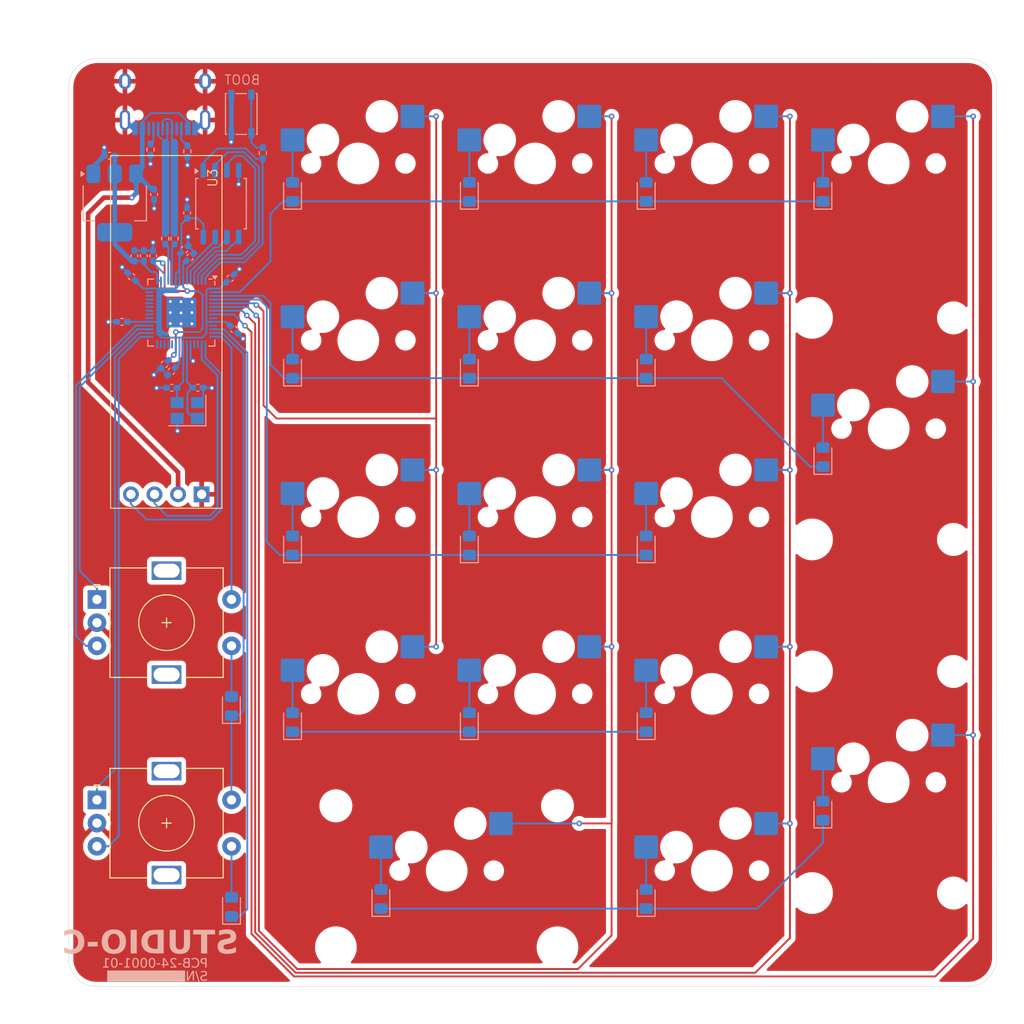
<source format=kicad_pcb>
(kicad_pcb (version 20240108) (generator "pcbnew") (generator_version "8.0")
  (layers (0 "F.Cu" signal) (31 "B.Cu" signal) (34 "B.Paste" user) (35 "F.Paste" user) (36 "B.SilkS" user "B.Silkscreen") (37 "F.SilkS" user "F.Silkscreen") (38 "B.Mask" user) (39 "F.Mask" user) (44 "Edge.Cuts" user))
  (net 0 "")
  (net 1 "GND")
  (net 2 "/~{USB_BOOT}")
  (net 3 "+1V1")
  (net 4 "+3V3")
  (net 5 "VBUS")
  (net 6 "/XIN")
  (net 7 "/XOUT")
  (net 8 "ROW0")
  (net 9 "Net-(D1-A)")
  (net 10 "Net-(D2-A)")
  (net 11 "Net-(D3-A)")
  (net 12 "Net-(D4-A)")
  (net 13 "Net-(D5-A)")
  (net 14 "ROW1")
  (net 15 "Net-(D6-A)")
  (net 16 "Net-(D7-A)")
  (net 17 "Net-(D8-A)")
  (net 18 "ROW2")
  (net 19 "Net-(D9-A)")
  (net 20 "Net-(D10-A)")
  (net 21 "Net-(D11-A)")
  (net 22 "ROW3")
  (net 23 "Net-(D12-A)")
  (net 24 "Net-(D13-A)")
  (net 25 "Net-(D14-A)")
  (net 26 "Net-(D15-A)")
  (net 27 "ROW4")
  (net 28 "Net-(D16-A)")
  (net 29 "Net-(D17-A)")
  (net 30 "Net-(ENC_D1-A)")
  (net 31 "ENC1_A")
  (net 32 "ENC1_B")
  (net 33 "/USB_D-")
  (net 34 "/USB_D+")
  (net 35 "/MCU_D-")
  (net 36 "/MCU_D+")
  (net 37 "/QSPI_SS")
  (net 38 "COL0")
  (net 39 "COL1")
  (net 40 "COL2")
  (net 41 "COL4")
  (net 42 "/GPIO16")
  (net 43 "/GPIO15")
  (net 44 "/GPIO25")
  (net 45 "/QSPI_SD0")
  (net 46 "/QSPI_SD3")
  (net 47 "/GPIO24")
  (net 48 "/GPIO14")
  (net 49 "/GPIO8")
  (net 50 "/GPIO27_ADC1")
  (net 51 "/GPIO17")
  (net 53 "/QSPI_SCLK")
  (net 54 "/GPIO26_ADC0")
  (net 55 "/QSPI_SD1")
  (net 56 "/GPIO28_ADC2")
  (net 57 "/RUN")
  (net 58 "/QSPI_SD2")
  (net 59 "/SWCLK")
  (net 60 "/GPIO7")
  (net 61 "/GPIO23")
  (net 62 "/GPIO29_ADC3")
  (net 63 "/SWD")
  (net 64 "/GPIO22")
  (net 65 "OLED_SDA")
  (net 66 "OLED_SCL")
  (net 67 "ENC2_B")
  (net 68 "ENC2_A")
  (net 69 "Net-(ENC_D2-A)")
  (net 71 "Net-(J1-CC1)")
  (net 72 "Net-(J1-CC2)")
  (net 73 "ROW5")
  (net 74 "ROW6")
  (net 75 "COL3")
  (footprint "MX_Hotswap:MX-Hotswap-1U" (layer "F.Cu") (at 145.258 102.42)
    (property "Reference" "SW10")
    (property "Value" "SW" (hide yes))
  )
  (footprint "MX_Hotswap:MX-Hotswap-2U" (layer "F.Cu") (at 135.733 140.52)
    (property "Reference" "SW15")
    (property "Value" "SW" (hide yes))
  )
  (footprint "MX_Hotswap:MX-Hotswap-1U" (layer "F.Cu") (at 145.258 83.37)
    (property "Reference" "SW6")
    (property "Value" "SW" (hide yes))
  )
  (footprint "MX_Hotswap:MX-Hotswap-1U" (layer "F.Cu") (at 126.208 102.42)
    (property "Reference" "SW9")
    (property "Value" "SW" (hide yes))
  )
  (footprint "MX_Hotswap:MX-Hotswap-1U" (layer "F.Cu") (at 145.258 64.32)
    (property "Reference" "SW2")
    (property "Value" "SW" (hide yes))
  )
  (footprint "Rotary_Encoder:RotaryEncoder_Alps_EC11E-Switch_Vertical_H20mm" (layer "F.Cu") (at 98.05 111.3)
    (property "Reference" "ENC1" (hide yes))
    (property "Value" "RotaryEncoder_Switch")
  )
  (footprint "MX_Hotswap:MX-Hotswap-1U" (layer "F.Cu") (at 164.308 102.42)
    (property "Reference" "SW11")
    (property "Value" "SW" (hide yes))
  )
  (footprint "MX_Hotswap:MX-Hotswap-1U" (layer "F.Cu") (at 145.258 121.47)
    (property "Reference" "SW13")
    (property "Value" "SW" (hide yes))
  )
  (footprint "Rotary_Encoder:RotaryEncoder_Alps_EC11E-Switch_Vertical_H20mm" (layer "F.Cu") (at 98.05 132.9)
    (property "Reference" "ENC2" (hide yes))
    (property "Value" "RotaryEncoder_Switch")
  )
  (footprint "MX_Hotswap:MX-Hotswap-1U" (layer "F.Cu") (at 126.208 64.32)
    (property "Reference" "SW1")
    (property "Value" "SW" (hide yes))
  )
  (footprint "MX_Hotswap:MX-Hotswap-1U" (layer "F.Cu") (at 183.358 64.32)
    (property "Reference" "SW4")
    (property "Value" "SW" (hide yes))
  )
  (footprint "MX_Hotswap:MX-Hotswap-2U-Vertical" (layer "F.Cu") (at 183.358 92.895)
    (property "Reference" "SW8")
    (property "Value" "SW" (hide yes))
  )
  (footprint "MX_Hotswap:MX-Hotswap-1U" (layer "F.Cu") (at 164.308 64.32)
    (property "Reference" "SW3")
    (property "Value" "SW" (hide yes))
  )
  (footprint "Display_GKC:ssd1306_128x32" (layer "F.Cu") (at 105.52 82.47 90)
    (property "Reference" "U3")
    (property "Value" "ssd1306_128x32")
  )
  (footprint "MX_Hotswap:MX-Hotswap-1U" (layer "F.Cu") (at 164.308 121.47)
    (property "Reference" "SW14")
    (property "Value" "SW" (hide yes))
  )
  (footprint "MX_Hotswap:MX-Hotswap-1U" (layer "F.Cu") (at 126.208 83.37)
    (property "Reference" "SW5")
    (property "Value" "SW" (hide yes))
  )
  (footprint "MX_Hotswap:MX-Hotswap-1U" (layer "F.Cu") (at 126.208 121.47)
    (property "Reference" "SW12")
    (property "Value" "SW" (hide yes))
  )
  (footprint "MX_Hotswap:MX-Hotswap-2U-Vertical" (layer "F.Cu") (at 183.358 130.995)
    (property "Reference" "SW17")
    (property "Value" "SW" (hide yes))
  )
  (footprint "MX_Hotswap:MX-Hotswap-1U" (layer "F.Cu") (at 164.308 83.37)
    (property "Reference" "SW7")
    (property "Value" "SW" (hide yes))
  )
  (footprint "MX_Hotswap:MX-Hotswap-1U" (layer "F.Cu") (at 164.308 140.52)
    (property "Reference" "SW16")
    (property "Value" "SW" (hide yes))
  )
  (footprint "Diode_SMD:D_0805_2012Metric_Pad1.15x1.40mm_HandSolder" (layer "B.Cu") (at 157.223 67.38 90)
    (property "Reference" "D3" (hide yes))
    (property "Value" "D")
  )
  (footprint "Capacitor_SMD:C_0402_1005Metric_Pad0.74x0.62mm_HandSolder" (layer "B.Cu") (at 104.1 74.2675 90)
    (property "Reference" "C1" (hide yes))
    (property "Value" "1u")
  )
  (footprint "Diode_SMD:D_0805_2012Metric_Pad1.15x1.40mm_HandSolder" (layer "B.Cu") (at 119.123 105.48 90)
    (property "Reference" "D9" (hide yes))
    (property "Value" "D")
  )
  (footprint "Resistor_SMD:R_0402_1005Metric_Pad0.72x0.64mm_HandSolder" (layer "B.Cu") (at 115.928925 63.206319 -90)
    (property "Reference" "R5" (hide yes))
    (property "Value" "1k")
  )
  (footprint "Diode_SMD:D_0805_2012Metric_Pad1.15x1.40mm_HandSolder" (layer "B.Cu") (at 128.648 143.58 90)
    (property "Reference" "D15" (hide yes))
    (property "Value" "D")
  )
  (footprint "Diode_SMD:D_0805_2012Metric_Pad1.15x1.40mm_HandSolder" (layer "B.Cu") (at 157.223 105.48 90)
    (property "Reference" "D11" (hide yes))
    (property "Value" "D")
  )
  (footprint "Resistor_SMD:R_0402_1005Metric_Pad0.72x0.64mm_HandSolder" (layer "B.Cu") (at 105.41 72.4125 -90)
    (property "Reference" "R2" (hide yes))
    (property "Value" "27")
  )
  (footprint "Diode_SMD:D_0805_2012Metric_Pad1.15x1.40mm_HandSolder" (layer "B.Cu") (at 176.273 134.055 90)
    (property "Reference" "D17" (hide yes))
    (property "Value" "D")
  )
  (footprint "Diode_SMD:D_0805_2012Metric_Pad1.15x1.40mm_HandSolder" (layer "B.Cu") (at 157.223 86.43 90)
    (property "Reference" "D7" (hide yes))
    (property "Value" "D")
  )
  (footprint "Package_SO:SOIC-8_5.23x5.23mm_P1.27mm" (layer "B.Cu") (at 111.4175 68.655 -90)
    (property "Reference" "U4" (hide yes))
    (property "Value" "W25Q128JVS")
  )
  (footprint "locallib:HRO-TYPE-C-31-M-12-Assembly" (layer "B.Cu") (at 105.384856 52.86)
    (property "Reference" "J1" (hide yes))
    (property "Value" "USB_C_Receptacle_USB2.0_16P" (hide yes))
  )
  (footprint "Capacitor_SMD:C_0402_1005Metric_Pad0.74x0.62mm_HandSolder" (layer "B.Cu") (at 103.1 74.2675 90)
    (property "Reference" "C4" (hide yes))
    (property "Value" "1u")
  )
  (footprint "Diode_SMD:D_0805_2012Metric_Pad1.15x1.40mm_HandSolder" (layer "B.Cu") (at 157.223 124.53 90)
    (property "Reference" "D14" (hide yes))
    (property "Value" "D")
  )
  (footprint "Capacitor_SMD:C_0402_1005Metric_Pad0.74x0.62mm_HandSolder" (layer "B.Cu") (at 106.12 88.4875)
    (property "Reference" "C16" (hide yes))
    (property "Value" "15p")
  )
  (footprint "Resistor_SMD:R_0402_1005Metric_Pad0.72x0.64mm_HandSolder" (layer "B.Cu") (at 107.79 63.0125 90)
    (property "Reference" "R4" (hide yes))
    (property "Value" "5.1k")
  )
  (footprint "Capacitor_SMD:C_0402_1005Metric_Pad0.74x0.62mm_HandSolder" (layer "B.Cu") (at 101.775 76.52 135)
    (property "Reference" "C9" (hide yes))
    (property "Value" "100n")
  )
  (footprint "Diode_SMD:D_0805_2012Metric_Pad1.15x1.40mm_HandSolder" (layer "B.Cu") (at 176.273 95.955 90)
    (property "Reference" "D8" (hide yes))
    (property "Value" "D")
  )
  (footprint "Diode_SMD:D_0805_2012Metric_Pad1.15x1.40mm_HandSolder" (layer "B.Cu") (at 119.123 86.43 90)
    (property "Reference" "D5" (hide yes))
    (property "Value" "D")
  )
  (footprint "Capacitor_SMD:C_0402_1005Metric_Pad0.74x0.62mm_HandSolder" (layer "B.Cu") (at 108.925 88.48 180)
    (property "Reference" "C15" (hide yes))
    (property "Value" "15p")
  )
  (footprint "Diode_SMD:D_0805_2012Metric_Pad1.15x1.40mm_HandSolder" (layer "B.Cu") (at 176.273 67.38 90)
    (property "Reference" "D4" (hide yes))
    (property "Value" "D")
  )
  (footprint "Resistor_SMD:R_0402_1005Metric_Pad0.72x0.64mm_HandSolder" (layer "B.Cu") (at 103.82 62.8225 -90)
    (property "Reference" "R3" (hide yes))
    (property "Value" "5.1k")
  )
  (footprint "Diode_SMD:D_0805_2012Metric_Pad1.15x1.40mm_HandSolder" (layer "B.Cu") (at 112.548928 144.425 90)
    (property "Reference" "ENC_D2" (hide yes))
    (property "Value" "D")
  )
  (footprint "Capacitor_SMD:C_0402_1005Metric_Pad0.74x0.62mm_HandSolder" (layer "B.Cu") (at 100.74 81.385 180)
    (property "Reference" "C8" (hide yes))
    (property "Value" "100n")
  )
  (footprint "Diode_SMD:D_0805_2012Metric_Pad1.15x1.40mm_HandSolder" (layer "B.Cu") (at 138.173 124.53 90)
    (property "Reference" "D13" (hide yes))
    (property "Value" "D")
  )
  (footprint "Diode_SMD:D_0805_2012Metric_Pad1.15x1.40mm_HandSolder" (layer "B.Cu") (at 112.535255 122.793097 90)
    (property "Reference" "ENC_D1" (hide yes))
    (property "Value" "D")
  )
  (footprint "Button_Switch_SMD:SW_SPST_PTS810" (layer "B.Cu") (at 113.6 58.99 -90)
    (property "Reference" "BOOT1" (hide yes))
    (property "Value" "SW_SPST")
  )
  (footprint "Capacitor_SMD:C_0402_1005Metric_Pad0.74x0.62mm_HandSolder" (layer "B.Cu") (at 106.065 86.72 -135)
    (property "Reference" "C7" (hide yes))
    (property "Value" "100n")
  )
  (footprint "Diode_SMD:D_0805_2012Metric_Pad1.15x1.40mm_HandSolder" (layer "B.Cu") (at 138.173 105.48 90)
    (property "Reference" "D10" (hide yes))
    (property "Value" "D")
  )
  (footprint "Package_DFN_QFN:QFN-56-1EP_7x7mm_P0.4mm_EP3.2x3.2mm" (layer "B.Cu") (at 107.14 80.385 180)
    (property "Reference" "U1" (hide yes))
    (property "Value" "RP2040")
  )
  (footprint "Capacitor_SMD:C_0402_1005Metric_Pad0.74x0.62mm_HandSolder" (layer "B.Cu") (at 108.0775 74.425 45)
    (property "Reference" "C2" (hide yes))
    (property "Value" "100n")
  )
  (footprint "Diode_SMD:D_0805_2012Metric_Pad1.15x1.40mm_HandSolder" (layer "B.Cu") (at 138.173 67.38 90)
    (property "Reference" "D2" (hide yes))
    (property "Value" "D")
  )
  (footprint "Diode_SMD:D_0805_2012Metric_Pad1.15x1.40mm_HandSolder" (layer "B.Cu") (at 138.173 86.43 90)
    (property "Reference" "D6" (hide yes))
    (property "Value" "D")
  )
  (footprint "Capacitor_SMD:C_0402_1005Metric_Pad0.74x0.62mm_HandSolder" (layer "B.Cu") (at 112.8 82.2 -45)
    (property "Reference" "C6" (hide yes))
    (property "Value" "100n")
  )
  (footprint "Capacitor_SMD:C_0402_1005Metric_Pad0.74x0.62mm_HandSolder" (layer "B.Cu") (at 102.09 74.2675 90)
    (property "Reference" "C11" (hide yes))
    (property "Value" "100n")
  )
  (footprint "Capacitor_SMD:C_0402_1005Metric_Pad0.74x0.62mm_HandSolder" (layer "B.Cu") (at 99.4025 63.485 180)
    (property "Reference" "C13" (hide yes))
    (property "Value" "10u")
  )
  (footprint "Resistor_SMD:R_0402_1005Metric_Pad0.72x0.64mm_HandSolder" (layer "B.Cu") (at 106.41 72.405 -90)
    (property "Reference" "R1" (hide yes))
    (property "Value" "27")
  )
  (footprint "Capacitor_SMD:C_0402_1005Metric_Pad0.74x0.62mm_HandSolder" (layer "B.Cu") (at 104.21 67.665 -90)
    (property "Reference" "C12" (hide yes))
    (property "Value" "10u")
  )
  (footprint "Capacitor_SMD:C_0402_1005Metric_Pad0.74x0.62mm_HandSolder" (layer "B.Cu") (at 107.7675 69.655 90)
    (property "Reference" "C14" (hide yes))
    (property "Value" "100n")
  )
  (footprint "Diode_SMD:D_0805_2012Metric_Pad1.15x1.40mm_HandSolder" (layer "B.Cu") (at 119.123 124.53 90)
    (property "Reference" "D12" (hide yes))
    (property "Value" "D")
  )
  (footprint "Diode_SMD:D_0805_2012Metric_Pad1.15x1.40mm_HandSolder" (layer "B.Cu") (at 157.223 143.58 90)
    (property "Reference" "D16" (hide yes))
    (property "Value" "D")
  )
  (footprint "Capacitor_SMD:C_0402_1005Metric_Pad0.74x0.62mm_HandSolder" (layer "B.Cu") (at 105.315 85.97 -135)
    (property "Reference" "C3" (hide yes))
    (property "Value" "100n")
  )
  (footprint "Diode_SMD:D_0805_2012Metric_Pad1.15x1.40mm_HandSolder" (layer "B.Cu") (at 119.123 67.38 90)
    (property "Reference" "D1" (hide yes))
    (property "Value" "D")
  )
  (footprint "Capacitor_SMD:C_0402_1005Metric_Pad0.74x0.62mm_HandSolder" (layer "B.Cu") (at 112.4 76.7 45)
    (property "Reference" "C5" (hide yes))
    (property "Value" "100n")
  )
  (footprint "Package_TO_SOT_SMD:SOT-223-3_TabPin2" (layer "B.Cu") (at 99.97 68.585 -90)
    (property "Reference" "U2" (hide yes))
    (property "Value" "NCP1117-3.3_SOT223")
  )
  (footprint "Capacitor_SMD:C_0402_1005Metric_Pad0.74x0.62mm_HandSolder" (layer "B.Cu") (at 107.4675 73.605 45)
    (property "Reference" "C10" (hide yes))
    (property "Value" "100n")
  )
  (footprint "Crystal:Crystal_SMD_Abracon_ABM8G-4Pin_3.2x2.5mm" (layer "B.Cu") (at 107.7875 90.9375 180)
    (property "Reference" "Y1" (hide yes))
    (property "Value" "ABMB-272-T3")
  )
  (gr_rect (start 99.2 151.33) (end 107.5 152.43) (stroke (width 0.1)) (fill solid) (layer "B.SilkS"))
  (gr_arc (start 95 56.1) (mid 95.908256 53.906589) (end 98.101264 52.99736) (stroke (width 0.05)) (layer "Edge.Cuts"))
  (gr_arc (start 98 153) (mid 95.87868 152.12132) (end 95 150) (stroke (width 0.05)) (layer "Edge.Cuts"))
  (gr_line (start 98.101264 52.99736) (end 191.9 53) (stroke (width 0.05)) (layer "Edge.Cuts"))
  (gr_arc (start 195 149.89736) (mid 194.091744 152.090771) (end 191.898736 153) (stroke (width 0.05)) (layer "Edge.Cuts"))
  (gr_line (start 95 150) (end 95 56.1) (stroke (width 0.05)) (layer "Edge.Cuts"))
  (gr_line (start 98 153) (end 191.898736 153) (stroke (width 0.05)) (layer "Edge.Cuts"))
  (gr_arc (start 191.9 53) (mid 194.093411 53.908256) (end 195.00264 56.101264) (stroke (width 0.05)) (layer "Edge.Cuts"))
  (gr_line (start 195.00264 56.101264) (end 195 149.89736) (stroke (width 0.05)) (layer "Edge.Cuts"))
  (gr_text "S/N" (at 110 152.53 -0) (layer "B.SilkS") (effects (font (size 1 1) (thickness 0.125)) (justify left bottom mirror)))
  (gr_text "BOOT" (at 115.7 55.9 0) (layer "B.SilkS") (effects (font (size 1 1) (thickness 0.1)) (justify left bottom mirror)))
  (gr_text "PCB-24-0001-01" (at 110 151.13 -0) (layer "B.SilkS") (effects (font (size 1 1) (thickness 0.125)) (justify left bottom mirror)))
  (gr_text "STUDIO-C" (at 113.31 149.87 -0) (layer "B.SilkS") (effects (font (size 2.5 2.5) (thickness 0.2) (bold yes)) (justify left bottom mirror)))
  (via (at 99.28 81.395) (size 0.6) (drill 0.3) (layers "F.Cu" "B.Cu") (net 1))
  (via (at 107.77 68.2) (size 0.6) (drill 0.3) (layers "F.Cu" "B.Cu") (net 1))
  (via (at 110.43 88.52) (size 0.6) (drill 0.3) (layers "F.Cu" "B.Cu") (net 1))
  (via (at 103.82 64.371178) (size 0.6) (drill 0.3) (layers "F.Cu" "B.Cu") (net 1))
  (via (at 106.73 93.145) (size 0.6) (drill 0.3) (layers "F.Cu" "B.Cu") (net 1))
  (via (at 104.2175 69.175) (size 0.6) (drill 0.3) (layers "F.Cu" "B.Cu") (net 1))
  (via (at 112.51 62.01) (size 0.6) (drill 0.3) (layers "F.Cu" "B.Cu") (net 1))
  (via (at 108.305 79.245) (size 0.6) (drill 0.3) (layers "F.Cu" "B.Cu") (net 1))
  (via (at 107.87 72.24) (size 0.6) (drill 0.3) (layers "F.Cu" "B.Cu") (net 1))
  (via (at 98.83865 62.59636) (size 0.6) (drill 0.3) (layers "F.Cu" "B.Cu") (net 1))
  (via (at 105.955 79.195) (size 0.6) (drill 0.3) (layers "F.Cu" "B.Cu") (net 1))
  (via (at 100.755 75.495) (size 0.6) (drill 0.3) (layers "F.Cu" "B.Cu") (net 1))
  (via (at 104.18 87.095) (size 0.6) (drill 0.3) (layers "F.Cu" "B.Cu") (net 1))
  (via (at 105.955 80.395) (size 0.6) (drill 0.3) (layers "F.Cu" "B.Cu") (net 1))
  (via (at 113.8 83.2) (size 0.6) (drill 0.3) (layers "F.Cu" "B.Cu") (net 1))
  (via (at 113.4 75.7) (size 0.6) (drill 0.3) (layers "F.Cu" "B.Cu") (net 1))
  (via (at 107.802356 64.503822) (size 0.6) (drill 0.3) (layers "F.Cu" "B.Cu") (net 1))
  (via (at 107.105 81.595) (size 0.6) (drill 0.3) (layers "F.Cu" "B.Cu") (net 1))
  (via (at 108.28 80.395) (size 0.6) (drill 0.3) (layers "F.Cu" "B.Cu") (net 1))
  (via (at 108.28 81.595) (size 0.6) (drill 0.3) (layers "F.Cu" "B.Cu") (net 1))
  (via (at 113.32 66.56) (size 0.6) (drill 0.3) (layers "F.Cu" "B.Cu") (net 1))
  (via (at 107.105 80.42) (size 0.6) (drill 0.3) (layers "F.Cu" "B.Cu") (net 1))
  (via (at 105.955 81.57) (size 0.6) (drill 0.3) (layers "F.Cu" "B.Cu") (net 1))
  (via (at 104.48 88.52) (size 0.6) (drill 0.3) (layers "F.Cu" "B.Cu") (net 1))
  (via (at 104.1 72.835) (size 0.6) (drill 0.3) (layers "F.Cu" "B.Cu") (net 1))
  (via (at 107.105 79.22) (size 0.6) (drill 0.3) (layers "F.Cu" "B.Cu") (net 1))
  (via (at 108.405 85.6) (size 0.6) (drill 0.3) (layers "F.Cu" "B.Cu") (net 1))
  (segment (start 98.835 63.485) (end 98.835 62.60001) (width 0.5) (layer "B.Cu") (net 1))
  (segment (start 109.4925 88.48) (end 110.39 88.48) (width 0.2) (layer "B.Cu") (net 1))
  (segment (start 104.1 73.7) (end 104.1 72.835) (width 0.2) (layer "B.Cu") (net 1))
  (segment (start 103.82 63.42) (end 103.82 64.371178) (width 0.2) (layer "B.Cu") (net 1))
  (segment (start 101.979856 60.555) (end 101.064856 59.64) (width 0.5) (layer "B.Cu") (net 1))
  (segment (start 108.478783 74.023717) (end 108.478783 73.813717) (width 0.2) (layer "B.Cu") (net 1))
  (segment (start 108.789856 60.555) (end 109.704856 59.64) (width 0.5) (layer "B.Cu") (net 1))
  (segment (start 107.79 64.491466) (end 107.802356 64.503822) (width 0.2) (layer "B.Cu") (net 1))
  (segment (start 113.201283 82.601283) (end 113.8 83.2) (width 0.2) (layer "B.Cu") (net 1))
  (segment (start 112.525 59) (end 112.525 56.915) (width 0.5) (layer "B.Cu") (net 1))
  (segment (start 109.4925 88.48) (end 109.4925 89.4825) (width 0.2) (layer "B.Cu") (net 1))
  (segment (start 99.29 81.385) (end 99.28 81.395) (width 0.2) (layer "B.Cu") (net 1))
  (segment (start 105.663717 87.121283) (end 104.913717 86.371283) (width 0.2) (layer "B.Cu") (net 1))
  (segment (start 108.405 85.6) (end 108.14 85.335) (width 0.2) (layer "B.Cu") (net 1))
  (segment (start 100.1725 81.385) (end 99.29 81.385) (width 0.2) (layer "B.Cu") (net 1))
  (segment (start 113.3225 65.055) (end 113.3225 66.5575) (width 0.2) (layer "B.Cu") (net 1))
  (segment (start 104.913717 86.371283) (end 104.903717 86.371283) (width 0.2) (layer "B.Cu") (net 1))
  (segment (start 110.39 88.48) (end 110.43 88.52) (width 0.2) (layer "B.Cu") (net 1))
  (segment (start 104.21 68.2325) (end 104.21 69.1675) (width 0.2) (layer "B.Cu") (net 1))
  (segment (start 102.159856 60.555) (end 101.979856 60.555) (width 0.5) (layer "B.Cu") (net 1))
  (segment (start 97.67 64.65) (end 98.835 63.485) (width 0.5) (layer "B.Cu") (net 1))
  (segment (start 112.801283 76.298717) (end 113.4 75.7) (width 0.2) (layer "B.Cu") (net 1))
  (segment (start 112.525 61.995) (end 112.51 62.01) (width 0.5) (layer "B.Cu") (net 1))
  (segment (start 108.478783 73.813717) (end 107.868783 73.203717) (width 0.2) (layer "B.Cu") (net 1))
  (segment (start 104.903717 86.371283) (end 104.18 87.095) (width 0.2) (layer "B.Cu") (net 1))
  (segment (start 104.1 73.7) (end 102.09 73.7) (width 0.2) (layer "B.Cu") (net 1))
  (segment (start 106.6875 91.7875) (end 106.6875 92.8875) (width 0.2) (layer "B.Cu") (net 1))
  (segment (start 98.835 62.60001) (end 98.83865 62.59636) (width 0.5) (layer "B.Cu") (net 1))
  (segment (start 105.5525 88.4875) (end 104.5125 88.4875) (width 0.2) (layer "B.Cu") (net 1))
  (segment (start 109.4925 89.4825) (end 108.8875 90.0875) (width 0.2) (layer "B.Cu") (net 1))
  (segment (start 107.868783 73.203717) (end 107.868783 72.241217) (width 0.2) (layer "B.Cu") (net 1))
  (segment (start 112.525 61.065) (end 112.525 59) (width 0.5) (layer "B.Cu") (net 1))
  (segment (start 101.373717 76.113717) (end 100.755 75.495) (width 0.2) (layer "B.Cu") (net 1))
  (segment (start 104.5125 88.4875) (end 104.48 88.52) (width 0.2) (layer "B.Cu") (net 1))
  (segment (start 106.73 93.045) (end 106.73 93.145) (width 0.2) (layer "B.Cu") (net 1))
  (segment (start 113.3225 66.5575) (end 113.32 66.56) (width 0.2) (layer "B.Cu") (net 1))
  (segment (start 107.868783 72.241217) (end 107.87 72.24) (width 0.2) (layer "B.Cu") (net 1))
  (segment (start 112.525 61.065) (end 112.525 61.995) (width 0.5) (layer "B.Cu") (net 1))
  (segment (start 107.79 63.61) (end 107.79 64.491466) (width 0.2) (layer "B.Cu") (net 1))
  (segment (start 106.63 92.945) (end 106.73 93.045) (width 0.2) (layer "B.Cu") (net 1))
  (segment (start 107.7675 68.2025) (end 107.77 68.2) (width 0.2) (layer "B.Cu") (net 1))
  (segment (start 97.67 65.435) (end 97.67 64.65) (width 0.5) (layer "B.Cu") (net 1))
  (segment (start 106.6875 92.8875) (end 106.63 92.945) (width 0.2) (layer "B.Cu") (net 1))
  (segment (start 108.14 85.335) (end 108.14 83.8225) (width 0.2) (layer "B.Cu") (net 1))
  (segment (start 107.7675 69.0875) (end 107.7675 68.2025) (width 0.2) (layer "B.Cu") (net 1))
  (segment (start 104.21 69.1675) (end 104.2175 69.175) (width 0.2) (layer "B.Cu") (net 1))
  (segment (start 108.609856 60.555) (end 108.789856 60.555) (width 0.5) (layer "B.Cu") (net 1))
  (segment (start 114.675 56.915) (end 114.675 61.065) (width 0.2) (layer "B.Cu") (net 2))
  (segment (start 114.675 62.065) (end 114.675 61.065) (width 0.2) (layer "B.Cu") (net 2))
  (segment (start 115.218819 62.608819) (end 114.675 62.065) (width 0.2) (layer "B.Cu") (net 2))
  (segment (start 115.928925 62.608819) (end 115.218819 62.608819) (width 0.2) (layer "B.Cu") (net 2))
  (segment (start 105.14 75.071222) (end 105.34 75.271222) (width 0.2) (layer "F.Cu") (net 3))
  (segment (start 105.34 75.271222) (end 105.34 77.705) (width 0.2) (layer "F.Cu") (net 3))
  (segment (start 106.335 84.95) (end 106.548124 84.736876) (width 0.2) (layer "F.Cu") (net 3))
  (segment (start 105.705 78.07) (end 107.78 78.07) (width 0.2) (layer "F.Cu") (net 3))
  (segment (start 106.548124 84.736876) (end 106.548124 82.485) (width 0.2) (layer "F.Cu") (net 3))
  (segment (start 105.34 77.705) (end 105.705 78.07) (width 0.2) (layer "F.Cu") (net 3))
  (via (at 106.548124 82.485) (size 0.6) (drill 0.3) (layers "F.Cu" "B.Cu") (net 3))
  (via (at 105.14 75.071222) (size 0.6) (drill 0.3) (layers "F.Cu" "B.Cu") (net 3))
  (via (at 106.335 84.95) (size 0.6) (drill 0.3) (layers "F.Cu" "B.Cu") (net 3))
  (via (at 107.78 78.07) (size 0.6) (drill 0.3) (layers "F.Cu" "B.Cu") (net 3))
  (segment (start 106.54 84.745) (end 106.335 84.95) (width 0.2) (layer "B.Cu") (net 3))
  (segment (start 109.015 78.07) (end 109.44 78.495) (width 0.2) (layer "B.Cu") (net 3))
  (segment (start 106.54 83.8225) (end 106.54 84.745) (width 0.2) (layer "B.Cu") (net 3))
  (segment (start 104.1 74.835) (end 104.1 75) (width 0.2) (layer "B.Cu") (net 3))
  (segment (start 107.34 76.9475) (end 107.34 77.63) (width 0.2) (layer "B.Cu") (net 3))
  (segment (start 104.903778 74.835) (end 104.1 74.835) (width 0.2) (layer "B.Cu") (net 3))
  (segment (start 107.676217 74.826283) (end 107.34 75.1625) (width 0.2) (layer "B.Cu") (net 3))
  (segment (start 104.1 75) (end 105.34 76.24) (width 0.2) (layer "B.Cu") (net 3))
  (segment (start 109.44 82.085) (end 109.04 82.485) (width 0.2) (layer "B.Cu") (net 3))
  (segment (start 105.34 76.24) (end 105.34 76.9475) (width 0.2) (layer "B.Cu") (net 3))
  (segment (start 107.78 78.07) (end 107.34 77.63) (width 0.2) (layer "B.Cu") (net 3))
  (segment (start 105.716283 85.568717) (end 106.335 84.95) (width 0.2) (layer "B.Cu") (net 3))
  (segment (start 109.44 78.495) (end 109.44 82.085) (width 0.2) (layer "B.Cu") (net 3))
  (segment (start 107.78 78.07) (end 109.015 78.07) (width 0.2) (layer "B.Cu") (net 3))
  (segment (start 105.14 75.071222) (end 104.903778 74.835) (width 0.2) (layer "B.Cu") (net 3))
  (segment (start 107.34 75.1625) (end 107.34 76.9475) (width 0.2) (layer "B.Cu") (net 3))
  (segment (start 109.04 82.485) (end 106.548124 82.485) (width 0.2) (layer "B.Cu") (net 3))
  (segment (start 103.04 77.785) (end 102.176283 76.921283) (width 0.2) (layer "B.Cu") (net 4))
  (segment (start 103.1 75.2025) (end 103.1 74.835) (width 0.2) (layer "B.Cu") (net 4))
  (segment (start 107.7675 70.2225) (end 107.150884 70.839116) (width 0.2) (layer "B.Cu") (net 4))
  (segment (start 104.94 77.75) (end 104.905 77.785) (width 0.2) (layer "B.Cu") (net 4))
  (segment (start 106.54 76.9475) (end 106.54 77.785) (width 0.2) (layer "B.Cu") (net 4))
  (segment (start 110.5775 81.385) (end 109.85 81.385) (width 0.2) (layer "B.Cu") (net 4))
  (segment (start 106.93 83.085) (end 109.39 83.085) (width 0.2) (layer "B.Cu") (net 4))
  (segment (start 104.54 81.395) (end 104.54 82.655) (width 0.2) (layer "B.Cu") (net 4))
  (segment (start 106.54 77.785) (end 104.905 77.785) (width 0.2) (layer "B.Cu") (net 4))
  (segment (start 107.150884 70.839116) (end 107.150884 73.921616) (width 0.2) (layer "B.Cu") (net 4))
  (segment (start 104.54 76.24) (end 104.3 76) (width 0.2) (layer "B.Cu") (net 4))
  (segment (start 106.94 85.845) (end 106.466283 86.318717) (width 0.2) (layer "B.Cu") (net 4))
  (segment (start 106.94 83.095) (end 106.93 83.085) (width 0.2) (layer "B.Cu") (net 4))
  (segment (start 106.936217 75.785) (end 106.936217 76.943717) (width 0.2) (layer "B.Cu") (net 4))
  (segment (start 111.315 77.785) (end 110.5775 77.785) (width 0.2) (layer "B.Cu") (net 4))
  (segment (start 109.84 77.98864) (end 110.04364 77.785) (width 0.2) (layer "B.Cu") (net 4))
  (segment (start 99.97 73.025) (end 101.78 74.835) (width 0.5) (layer "B.Cu") (net 4))
  (segment (start 104.94 76.9475) (end 104.94 77.75) (width 0.2) (layer "B.Cu") (net 4))
  (segment (start 109.85 81.385) (end 109.84 81.395) (width 0.2) (layer "B.Cu") (net 4))
  (segment (start 102.09 74.835) (end 103.1 74.835) (width 0.2) (layer "B.Cu") (net 4))
  (segment (start 109.5125 72.255) (end 109.5125 70.85) (width 0.2) (layer "B.Cu") (net 4))
  (segment (start 104.97 83.085) (end 106.93 83.085) (width 0.2) (layer "B.Cu") (net 4))
  (segment (start 104.54 76.9475) (end 104.94 76.9475) (width 0.2) (layer "B.Cu") (net 4))
  (segment (start 101.78 74.835) (end 102.09 74.835) (width 0.5) (layer "B.Cu") (net 4))
  (segment (start 104.54 76.9475) (end 104.54 76.24) (width 0.2) (layer "B.Cu") (net 4))
  (segment (start 103.7025 77.785) (end 103.04 77.785) (width 0.2) (layer "B.Cu") (net 4))
  (segment (start 109.84 82.635) (end 109.84 81.395) (width 0.2) (layer "B.Cu") (net 4))
  (segment (start 107.150884 73.921616) (end 107.066217 74.006283) (width 0.2) (layer "B.Cu") (net 4))
  (segment (start 106.94 83.8225) (end 106.94 83.095) (width 0.2) (layer "B.Cu") (net 4))
  (segment (start 106.936217 76.943717) (end 106.94 76.9475) (width 0.2) (layer "B.Cu") (net 4))
  (segment (start 106.54 76.9475) (end 106.54 76.181217) (width 0.2) (layer "B.Cu") (net 4))
  (segment (start 99.97 65.435) (end 99.97 71.735) (width 0.5) (layer "B.Cu") (net 4))
  (segment (start 106.936217 74.136283) (end 106.936217 75.785) (width 0.2) (layer "B.Cu") (net 4))
  (segment (start 99.97 63.485) (end 99.97 65.435) (width 0.5) (layer "B.Cu") (net 4))
  (segment (start 108.885 70.2225) (end 107.7675 70.2225) (width 0.2) (layer "B.Cu") (net 4))
  (segment (start 99.97 71.735) (end 99.97 73.025) (width 0.5) (layer "B.Cu") (net 4))
  (segment (start 104.415631 77.785) (end 103.7025 77.785) (width 0.2) (layer "B.Cu") (net 4))
  (segment (start 104.54 81.395) (end 104.54 77.785) (width 0.2) (layer "B.Cu") (net 4))
  (segment (start 101.3075 81.385) (end 103.7025 81.385) (width 0.2) (layer "B.Cu") (net 4))
  (segment (start 110.04364 77.785) (end 110.5775 77.785) (width 0.2) (layer "B.Cu") (net 4))
  (segment (start 106.94 83.8225) (end 106.94 85.845) (width 0.2) (layer "B.Cu") (net 4))
  (segment (start 109.84 81.395) (end 109.84 77.98864) (width 0.2) (layer "B.Cu") (net 4))
  (segment (start 104.54 82.655) (end 104.97 83.085) (width 0.2) (layer "B.Cu") (net 4))
  (segment (start 111.998717 77.101283) (end 111.315 77.785) (width 0.2) (layer "B.Cu") (net 4))
  (segment (start 109.39 83.085) (end 109.84 82.635) (width 0.2) (layer "B.Cu") (net 4))
  (segment (start 103.7025 81.385) (end 104.53 81.385) (width 0.2) (layer "B.Cu") (net 4))
  (segment (start 104.3 76) (end 103.8975 76) (width 0.2) (layer "B.Cu") (net 4))
  (segment (start 106.94 76.9475) (end 106.94 77.385) (width 0.2) (layer "B.Cu") (net 4))
  (segment (start 106.94 77.385) (end 106.54 77.785) (width 0.2) (layer "B.Cu") (net 4))
  (segment (start 106.54 76.181217) (end 106.936217 75.785) (width 0.2) (layer "B.Cu") (net 4))
  (segment (start 111.985 81.385) (end 112.398717 81.798717) (width 0.2) (layer "B.Cu") (net 4))
  (segment (start 103.8975 76) (end 103.1 75.2025) (width 0.2) (layer "B.Cu") (net 4))
  (segment (start 110.5775 81.385) (end 111.985 81.385) (width 0.2) (layer "B.Cu") (net 4))
  (segment (start 109.5125 70.85) (end 108.885 70.2225) (width 0.2) (layer "B.Cu") (net 4))
  (segment (start 104.905 77.785) (end 104.415631 77.785) (width 0.2) (layer "B.Cu") (net 4))
  (segment (start 104.53 81.385) (end 104.54 81.395) (width 0.2) (layer "B.Cu") (net 4))
  (segment (start 107.066217 74.006283) (end 106.936217 74.136283) (width 0.2) (layer "B.Cu") (net 4))
  (segment (start 97.1 69.7) (end 97.1 87.9) (width 0.5) (layer "F.Cu") (net 5))
  (segment (start 106.78 99.98) (end 106.77 99.98) (width 0.5) (layer "F.Cu") (net 5))
  (segment (start 106.79 97.59) (end 106.79 99.97) (width 0.5) (layer "F.Cu") (net 5))
  (segment (start 97.1 87.9) (end 106.79 97.59) (width 0.5) (layer "F.Cu") (net 5))
  (segment (start 101.8 68) (end 98.8 68) (width 0.5) (layer "F.Cu") (net 5))
  (segment (start 98.8 68) (end 97.1 69.7) (width 0.5) (layer "F.Cu") (net 5))
  (segment (start 106.79 99.97) (end 106.78 99.98) (width 0.5) (layer "F.Cu") (net 5))
  (via (at 101.8 68) (size 0.6) (drill 0.3) (layers "F.Cu" "B.Cu") (net 5))
  (segment (start 103.864857 58.9) (end 102.934856 59.830001) (width 0.2) (layer "B.Cu") (net 5))
  (segment (start 102.934856 59.830001) (end 102.934856 60.555) (width 0.2) (layer "B.Cu") (net 5))
  (segment (start 103.9325 67.0975) (end 102.27 65.435) (width 0.5) (layer "B.Cu") (net 5))
  (segment (start 102.934856 60.555) (end 102.934856 64.770144) (width 0.5) (layer "B.Cu") (net 5))
  (segment (start 107.834856 59.830001) (end 106.904855 58.9) (width 0.2) (layer "B.Cu") (net 5))
  (segment (start 102.934856 64.770144) (end 102.27 65.435) (width 0.5) (layer "B.Cu") (net 5))
  (segment (start 107.834856 60.555) (end 107.834856 59.830001) (width 0.2) (layer "B.Cu") (net 5))
  (segment (start 106.904855 58.9) (end 103.864857 58.9) (width 0.2) (layer "B.Cu") (net 5))
  (segment (start 102.27 67.53) (end 101.8 68) (width 0.5) (layer "B.Cu") (net 5))
  (segment (start 104.21 67.0975) (end 103.9325 67.0975) (width 0.5) (layer "B.Cu") (net 5))
  (segment (start 102.27 65.435) (end 102.27 67.53) (width 0.5) (layer "B.Cu") (net 5))
  (segment (start 108.3575 88.48) (end 107.7925 89.045) (width 0.2) (layer "B.Cu") (net 6))
  (segment (start 107.7925 91.13) (end 108.45 91.7875) (width 0.2) (layer "B.Cu") (net 6))
  (segment (start 108.45 91.7875) (end 108.8875 91.7875) (width 0.2) (layer "B.Cu") (net 6))
  (segment (start 107.7375 87.86) (end 107.74 87.8575) (width 0.2) (layer "B.Cu") (net 6))
  (segment (start 107.7925 89.045) (end 107.7925 91.13) (width 0.2) (layer "B.Cu") (net 6))
  (segment (start 107.7375 87.86) (end 108.3575 88.48) (width 0.2) (layer "B.Cu") (net 6))
  (segment (start 107.74 87.8575) (end 107.74 83.8225) (width 0.2) (layer "B.Cu") (net 6))
  (segment (start 107.34 86.010685) (end 107.34 83.8225) (width 0.2) (layer "B.Cu") (net 7))
  (segment (start 107.3375 86.013186) (end 107.34 86.010685) (width 0.2) (layer "B.Cu") (net 7))
  (segment (start 107.3375 87.8375) (end 107.3375 86.013186) (width 0.2) (layer "B.Cu") (net 7))
  (segment (start 106.6875 88.4875) (end 106.6875 90.0875) (width 0.2) (layer "B.Cu") (net 7))
  (segment (start 106.6875 88.4875) (end 107.3375 87.8375) (width 0.2) (layer "B.Cu") (net 7))
  (segment (start 119.123 68.405) (end 118.095 68.405) (width 0.2) (layer "B.Cu") (net 8))
  (segment (start 118.095 68.405) (end 116.75 69.75) (width 0.2) (layer "B.Cu") (net 8))
  (segment (start 176.273 68.405) (end 119.123 68.405) (width 0.2) (layer "B.Cu") (net 8))
  (segment (start 116.75 69.75) (end 116.75 74.85) (width 0.2) (layer "B.Cu") (net 8))
  (segment (start 113.415 78.185) (end 110.5775 78.185) (width 0.2) (layer "B.Cu") (net 8))
  (segment (start 116.75 74.85) (end 113.415 78.185) (width 0.2) (layer "B.Cu") (net 8))
  (segment (start 119.123 61.78) (end 119.123 66.355) (width 0.2) (layer "B.Cu") (net 9))
  (segment (start 138.173 61.78) (end 138.173 66.355) (width 0.2) (layer "B.Cu") (net 10))
  (segment (start 157.223 61.78) (end 157.223 66.355) (width 0.2) (layer "B.Cu") (net 11))
  (segment (start 176.273 61.78) (end 176.273 66.355) (width 0.2) (layer "B.Cu") (net 12))
  (segment (start 119.123 80.83) (end 119.123 85.405) (width 0.2) (layer "B.Cu") (net 13))
  (segment (start 110.5775 78.585) (end 115.985 78.585) (width 0.2) (layer "B.Cu") (net 14))
  (segment (start 165.355 87.455) (end 157.223 87.455) (width 0.2) (layer "B.Cu") (net 14))
  (segment (start 116.75 79.35) (end 116.75 86) (width 0.2) (layer "B.Cu") (net 14))
  (segment (start 115.985 78.585) (end 116.75 79.35) (width 0.2) (layer "B.Cu") (net 14))
  (segment (start 174.88 96.98) (end 165.355 87.455) (width 0.2) (layer "B.Cu") (net 14))
  (segment (start 176.273 96.98) (end 174.88 96.98) (width 0.2) (layer "B.Cu") (net 14))
  (segment (start 157.223 87.455) (end 119.123 87.455) (width 0.2) (layer "B.Cu") (net 14))
  (segment (start 118.205 87.455) (end 119.123 87.455) (width 0.2) (layer "B.Cu") (net 14))
  (segment (start 116.75 86) (end 118.205 87.455) (width 0.2) (layer "B.Cu") (net 14))
  (segment (start 138.173 80.83) (end 138.173 85.405) (width 0.2) (layer "B.Cu") (net 15))
  (segment (start 157.223 80.83) (end 157.223 85.405) (width 0.2) (layer "B.Cu") (net 16))
  (segment (start 176.273 90.355) (end 176.273 94.93) (width 0.2) (layer "B.Cu") (net 17))
  (segment (start 115.585 78.985) (end 116.35 79.75) (width 0.2) (layer "B.Cu") (net 18))
  (segment (start 117.755 106.505) (end 119.123 106.505) (width 0.2) (layer "B.Cu") (net 18))
  (segment (start 157.223 106.505) (end 119.123 106.505) (width 0.2) (layer "B.Cu") (net 18))
  (segment (start 116.35 79.75) (end 116.35 105.1) (width 0.2) (layer "B.Cu") (net 18))
  (segment (start 110.5775 78.985) (end 115.585 78.985) (width 0.2) (layer "B.Cu") (net 18))
  (segment (start 116.35 105.1) (end 117.755 106.505) (width 0.2) (layer "B.Cu") (net 18))
  (segment (start 119.123 99.88) (end 119.123 104.455) (width 0.2) (layer "B.Cu") (net 19))
  (segment (start 138.173 99.88) (end 138.173 104.455) (width 0.2) (layer "B.Cu") (net 20))
  (segment (start 157.223 99.88) (end 157.223 104.455) (width 0.2) (layer "B.Cu") (net 21))
  (segment (start 157.223 125.555) (end 119.123 125.555) (width 0.2) (layer "B.Cu") (net 22))
  (segment (start 119.123 118.93) (end 119.123 123.505) (width 0.2) (layer "B.Cu") (net 23))
  (segment (start 138.173 118.93) (end 138.173 123.505) (width 0.2) (layer "B.Cu") (net 24))
  (segment (start 157.223 118.93) (end 157.223 123.505) (width 0.2) (layer "B.Cu") (net 25))
  (segment (start 128.648 137.98) (end 128.648 142.555) (width 0.2) (layer "B.Cu") (net 26))
  (segment (start 176.273 135.08) (end 176.273 137.527) (width 0.2) (layer "B.Cu") (net 27))
  (segment (start 176.273 137.527) (end 169.195 144.605) (width 0.2) (layer "B.Cu") (net 27))
  (segment (start 169.195 144.605) (end 157.223 144.605) (width 0.2) (layer "B.Cu") (net 27))
  (segment (start 157.223 144.605) (end 128.648 144.605) (width 0.2) (layer "B.Cu") (net 27))
  (segment (start 157.223 137.98) (end 157.223 142.555) (width 0.2) (layer "B.Cu") (net 28))
  (segment (start 176.273 128.455) (end 176.273 133.03) (width 0.2) (layer "B.Cu") (net 29))
  (segment (start 112.55 116.3) (end 112.55 121.753352) (width 0.2) (layer "B.Cu") (net 30))
  (segment (start 112.55 121.753352) (end 112.535255 121.768097) (width 0.2) (layer "B.Cu") (net 30))
  (segment (start 103.7025 82.185) (end 102.415 82.185) (width 0.2) (layer "B.Cu") (net 31))
  (segment (start 98.05 110.05) (end 98.05 111.3) (width 0.2) (layer "B.Cu") (net 31))
  (segment (start 102.415 82.185) (end 96.2 88.4) (width 0.2) (layer "B.Cu") (net 31))
  (segment (start 96.2 88.4) (end 96.2 108.2) (width 0.2) (layer "B.Cu") (net 31))
  (segment (start 96.2 108.2) (end 98.05 110.05) (width 0.2) (layer "B.Cu") (net 31))
  (segment (start 95.8 88.234314) (end 102.249314 81.785) (width 0.2) (layer "B.Cu") (net 32))
  (segment (start 98.05 116.3) (end 96.85 116.3) (width 0.2) (layer "B.Cu") (net 32))
  (segment (start 95.8 115.25) (end 95.8 88.234314) (width 0.2) (layer "B.Cu") (net 32))
  (segment (start 102.249314 81.785) (end 103.7025 81.785) (width 0.2) (layer "B.Cu") (net 32))
  (segment (start 96.85 116.3) (end 95.8 115.25) (width 0.2) (layer "B.Cu") (net 32))
  (segment (start 105.634856 60.555) (end 105.634856 61.87182) (width 0.2) (layer "B.Cu") (net 33))
  (segment (start 105.634856 61.87182) (end 105.43875 62.067926) (width 0.2) (layer "B.Cu") (net 33))
  (segment (start 105.327105 61.972248) (end 105.44875 61.972248) (width 0.2) (layer "B.Cu") (net 33))
  (segment (start 104.634856 60.555) (end 104.634856 61.279999) (width 0.2) (layer "B.Cu") (net 33))
  (segment (start 104.634856 61.279999) (end 105.422783 62.067926) (width 0.2) (layer "B.Cu") (net 33))
  (segment (start 105.43875 71.78625) (end 105.43875 62.067926) (width 0.8) (layer "B.Cu") (net 33))
  (segment (start 105.422783 62.067926) (end 105.43875 62.067926) (width 0.2) (layer "B.Cu") (net 33))
  (segment (start 105.41 71.815) (end 105.43875 71.78625) (width 0.8) (layer "B.Cu") (net 33))
  (segment (start 105.134856 59.789222) (end 105.394078 59.53) (width 0.2) (layer "B.Cu") (net 34))
  (segment (start 106.134856 61.814032) (end 106.38875 62.067926) (width 0.2) (layer "B.Cu") (net 34))
  (segment (start 106.38875 71.78625) (end 106.38875 62.067926) (width 0.8) (layer "B.Cu") (net 34))
  (segment (start 105.134856 60.555) (end 105.134856 59.789222) (width 0.2) (layer "B.Cu") (net 34))
  (segment (start 106.134856 59.789222) (end 106.134856 60.555) (width 0.2) (layer "B.Cu") (net 34))
  (segment (start 106.41 71.8075) (end 106.38875 71.78625) (width 0.8) (layer "B.Cu") (net 34))
  (segment (start 105.394078 59.53) (end 105.875634 59.53) (width 0.2) (layer "B.Cu") (net 34))
  (segment (start 106.134856 60.555) (end 106.134856 61.814032) (width 0.2) (layer "B.Cu") (net 34))
  (segment (start 105.875634 59.53) (end 106.134856 59.789222) (width 0.2) (layer "B.Cu") (net 34))
  (segment (start 106.14 76.9475) (end 106.14 73.2725) (width 0.2) (layer "B.Cu") (net 35))
  (segment (start 106.14 73.2725) (end 106.41 73.0025) (width 0.2) (layer "B.Cu") (net 35))
  (segment (start 105.74 73.34) (end 105.41 73.01) (width 0.2) (layer "B.Cu") (net 36))
  (segment (start 105.74 76.9475) (end 105.74 73.34) (width 0.2) (layer "B.Cu") (net 36))
  (segment (start 109.5125 64.23) (end 111.0425 62.7) (width 0.2) (layer "B.Cu") (net 37))
  (segment (start 111.0425 62.7) (end 114.1 62.7) (width 0.2) (layer "B.Cu") (net 37))
  (segment (start 111.364326 74.955) (end 113.945 74.955) (width 0.2) (layer "B.Cu") (net 37))
  (segment (start 113.945 74.955) (end 115.9 73) (width 0.2) (layer "B.Cu") (net 37))
  (segment (start 109.74 76.579326) (end 111.364326 74.955) (width 0.2) (layer "B.Cu") (net 37))
  (segment (start 109.74 76.9475) (end 109.74 76.579326) (width 0.2) (layer "B.Cu") (net 37))
  (segment (start 115.9 73) (end 115.9 63.832744) (width 0.2) (layer "B.Cu") (net 37))
  (segment (start 115.928925 63.803819) (end 115.928735 63.803629) (width 0.2) (layer "B.Cu") (net 37))
  (segment (start 114.1 62.7) (end 115.203819 63.803819) (width 0.2) (layer "B.Cu") (net 37))
  (segment (start 109.5125 65.055) (end 109.5125 64.23) (width 0.2) (layer "B.Cu") (net 37))
  (segment (start 115.203819 63.803819) (end 115.928925 63.803819) (width 0.2) (layer "B.Cu") (net 37))
  (segment (start 115.9 63.832744) (end 115.928925 63.803819) (width 0.2) (layer "B.Cu") (net 37))
  (segment (start 110.5775 82.985) (end 111.385 82.985) (width 0.2) (layer "B.Cu") (net 38))
  (segment (start 112.55 84.15) (end 112.55 111.3) (width 0.2) (layer "B.Cu") (net 38))
  (segment (start 111.385 82.985) (end 112.55 84.15) (width 0.2) (layer "B.Cu") (net 38))
  (segment (start 117.4 91.8) (end 134.6 91.8) (width 0.2) (layer "F.Cu") (net 39))
  (segment (start 115.335 79.585) (end 116 80.25) (width 0.2) (layer "F.Cu") (net 39))
  (segment (start 116 90.4) (end 117.4 91.8) (width 0.2) (layer "F.Cu") (net 39))
  (segment (start 134.6 91.8) (end 134.6 97.340658) (width 0.2) (layer "F.Cu") (net 39))
  (segment (start 115.225968 79.585) (end 115.335 79.585) (width 0.2) (layer "F.Cu") (net 39))
  (segment (start 134.6 97.340658) (end 134.6 116.387498) (width 0.2) (layer "F.Cu") (net 39))
  (segment (start 134.6 59.242193) (end 134.6 91.8) (width 0.2) (layer "F.Cu") (net 39))
  (segment (start 116 80.25) (end 116 90.4) (width 0.2) (layer "F.Cu") (net 39))
  (via (at 134.6 59.242193) (size 0.6) (drill 0.3) (layers "F.Cu" "B.Cu") (net 39))
  (via (at 115.225968 79.585) (size 0.6) (drill 0.3) (layers "F.Cu" "B.Cu") (net 39))
  (via (at 134.588887 78.290753) (size 0.6) (drill 0.3) (layers "F.Cu" "B.Cu") (net 39))
  (via (at 134.6 97.340658) (size 0.6) (drill 0.3) (layers "F.Cu" "B.Cu") (net 39))
  (via (at 134.6 116.387498) (size 0.6) (drill 0.3) (layers "F.Cu" "B.Cu") (net 39))
  (segment (start 132.05 97.34) (end 134.599342 97.34) (width 0.2) (layer "B.Cu") (net 39))
  (segment (start 132.05 78.29) (end 134.588134 78.29) (width 0.2) (layer "B.Cu") (net 39))
  (segment (start 115.025968 79.385) (end 110.5775 79.385) (width 0.2) (layer "B.Cu") (net 39))
  (segment (start 134.6 116.387498) (end 134.597498 116.39) (width 0.2) (layer "B.Cu") (net 39))
  (segment (start 134.599342 97.34) (end 134.6 97.340658) (width 0.2) (layer "B.Cu") (net 39))
  (segment (start 132.05 59.24) (end 134.597807 59.24) (width 0.2) (layer "B.Cu") (net 39))
  (segment (start 134.597498 116.39) (end 132.05 116.39) (width 0.2) (layer "B.Cu") (net 39))
  (segment (start 115.225968 79.585) (end 115.025968 79.385) (width 0.2) (layer "B.Cu") (net 39))
  (segment (start 134.588134 78.29) (end 134.588887 78.290753) (width 0.2) (layer "B.Cu") (net 39))
  (segment (start 134.597807 59.24) (end 134.6 59.242193) (width 0.2) (layer "B.Cu") (net 39))
  (segment (start 153.509376 135.431645) (end 150.021096 135.431645) (width 0.2) (layer "F.Cu") (net 40))
  (segment (start 153.498451 78.289504) (end 153.498451 97.345417) (width 0.2) (layer "F.Cu") (net 40))
  (segment (start 153.498451 59.239807) (end 153.498451 78.289504) (width 0.2) (layer "F.Cu") (net 40))
  (segment (start 115.5 81) (end 115.5 147) (width 0.2) (layer "F.Cu") (net 40))
  (segment (start 153.509376 116.387484) (end 153.509376 135.431645) (width 0.2) (layer "F.Cu") (net 40))
  (segment (start 115.2 80.7) (end 115.5 81) (width 0.2) (layer "F.Cu") (net 40))
  (segment (start 115.5 147) (end 119.6189 151.1189) (width 0.2) (layer "F.Cu") (net 40))
  (segment (start 153.498409 116.376517) (end 153.509376 116.387484) (width 0.2) (layer "F.Cu") (net 40))
  (segment (start 153.5 147.5) (end 153.5 135.441021) (width 0.2) (layer "F.Cu") (net 40))
  (segment (start 153.5 135.441021) (end 153.509376 135.431645) (width 0.2) (layer "F.Cu") (net 40))
  (segment (start 149.8811 151.1189) (end 153.5 147.5) (width 0.2) (layer "F.Cu") (net 40))
  (segment (start 119.6189 151.1189) (end 149.8811 151.1189) (width 0.2) (layer "F.Cu") (net 40))
  (segment (start 153.498409 97.345459) (end 153.498409 116.376517) (width 0.2) (layer "F.Cu") (net 40))
  (segment (start 153.498451 97.345417) (end 153.498409 97.345459) (width 0.2) (layer "F.Cu") (net 40))
  (via (at 153.498451 59.239807) (size 0.6) (drill 0.3) (layers "F.Cu" "B.Cu") (net 40))
  (via (at 153.509376 116.387484) (size 0.6) (drill 0.3) (layers "F.Cu" "B.Cu") (net 40))
  (via (at 153.498409 97.345459) (size 0.6) (drill 0.3) (layers "F.Cu" "B.Cu") (net 40))
  (via (at 153.498451 78.289504) (size 0.6) (drill 0.3) (layers "F.Cu" "B.Cu") (net 40))
  (via (at 150.021096 135.431645) (size 0.6) (drill 0.3) (layers "F.Cu" "B.Cu") (net 40))
  (via (at 115.2 80.7) (size 0.6) (drill 0.3) (layers "F.Cu" "B.Cu") (net 40))
  (segment (start 150.012741 135.44) (end 150.021096 135.431645) (width 0.2) (layer "B.Cu") (net 40))
  (segment (start 153.498258 59.24) (end 153.498451 59.239807) (width 0.2) (layer "B.Cu") (net 40))
  (segment (start 153.497955 78.29) (end 153.498451 78.289504) (width 0.2) (layer "B.Cu") (net 40))
  (segment (start 153.50686 116.39) (end 153.509376 116.387484) (width 0.2) (layer "B.Cu") (net 40))
  (segment (start 141.575 135.44) (end 150.012741 135.44) (width 0.2) (layer "B.Cu") (net 40))
  (segment (start 153.49295 97.34) (end 151.1 97.34) (width 0.2) (layer "B.Cu") (net 40))
  (segment (start 151.1 59.24) (end 153.498258 59.24) (width 0.2) (layer "B.Cu") (net 40))
  (segment (start 114.285 79.785) (end 110.5775 79.785) (width 0.2) (layer "B.Cu") (net 40))
  (segment (start 153.498409 97.345459) (end 153.49295 97.34) (width 0.2) (layer "B.Cu") (net 40))
  (segment (start 151.1 78.29) (end 153.497955 78.29) (width 0.2) (layer "B.Cu") (net 40))
  (segment (start 115.2 80.7) (end 114.285 79.785) (width 0.2) (layer "B.Cu") (net 40))
  (segment (start 151.1 116.39) (end 153.50686 116.39) (width 0.2) (layer "B.Cu") (net 40))
  (segment (start 192.462536 87.819419) (end 192.462536 125.907786) (width 0.2) (layer "F.Cu") (net 41))
  (segment (start 192.462536 125.907786) (end 192.460946 125.909376) (width 0.2) (layer "F.Cu") (net 41))
  (segment (start 192.462536 59.238908) (end 192.462536 87.819419) (width 0.2) (layer "F.Cu") (net 41))
  (segment (start 114 81.8) (end 114.7 82.5) (width 0.2) (layer "F.Cu") (net 41))
  (segment (start 192.460946 147.839054) (end 192.460946 125.909376) (width 0.2) (layer "F.Cu") (net 41))
  (segment (start 114.7 82.5) (end 114.7 147.331372) (width 0.2) (layer "F.Cu") (net 41))
  (segment (start 119.287528 151.9189) (end 188.3811 151.9189) (width 0.2) (layer "F.Cu") (net 41))
  (segment (start 188.3811 151.9189) (end 192.460946 147.839054) (width 0.2) (layer "F.Cu") (net 41))
  (segment (start 114.7 147.331372) (end 119.287528 151.9189) (width 0.2) (layer "F.Cu") (net 41))
  (via (at 192.460946 125.909376) (size 0.6) (drill 0.3) (layers "F.Cu" "B.Cu") (net 41))
  (via (at 192.462536 87.819419) (size 0.6) (drill 0.3) (layers "F.Cu" "B.Cu") (net 41))
  (via (at 114 81.8) (size 0.6) (drill 0.3) (layers "F.Cu" "B.Cu") (net 41))
  (via (at 192.462536 59.238908) (size 0.6) (drill 0.3) (layers "F.Cu" "B.Cu") (net 41))
  (segment (start 112.785 80.585) (end 110.5775 80.585) (width 0.2) (layer "B.Cu") (net 41))
  (segment (start 114 81.8) (end 112.785 80.585) (width 0.2) (layer "B.Cu") (net 41))
  (segment (start 192.458117 87.815) (end 192.462536 87.819419) (width 0.2) (layer "B.Cu") (net 41))
  (segment (start 189.2 59.24) (end 192.461444 59.24) (width 0.2) (layer "B.Cu") (net 41))
  (segment (start 189.2 125.915) (end 192.455322 125.915) (width 0.2) (layer "B.Cu") (net 41))
  (segment (start 189.2 87.815) (end 192.458117 87.815) (width 0.2) (layer "B.Cu") (net 41))
  (segment (start 192.461444 59.24) (end 192.462536 59.238908) (width 0.2) (layer "B.Cu") (net 41))
  (segment (start 192.455322 125.915) (end 192.460946 125.909376) (width 0.2) (layer "B.Cu") (net 41))
  (segment (start 108.54 76.9475) (end 108.54 76.082268) (width 0.2) (layer "B.Cu") (net 45))
  (segment (start 110.867268 73.755) (end 111.993052 73.755) (width 0.2) (layer "B.Cu") (net 45))
  (segment (start 111.993052 73.755) (end 113.3225 72.425552) (width 0.2) (layer "B.Cu") (net 45))
  (segment (start 113.3225 72.425552) (end 113.3225 72.255) (width 0.2) (layer "B.Cu") (net 45))
  (segment (start 108.54 76.082268) (end 110.867268 73.755) (width 0.2) (layer "B.Cu") (net 45))
  (segment (start 107.74 75.66) (end 110.7825 72.6175) (width 0.2) (layer "B.Cu") (net 46))
  (segment (start 110.7825 72.6175) (end 110.7825 72.255) (width 0.2) (layer "B.Cu") (net 46))
  (segment (start 107.74 76.9475) (end 107.74 75.66) (width 0.2) (layer "B.Cu") (net 46))
  (segment (start 108.14 75.916582) (end 110.701582 73.355) (width 0.2) (layer "B.Cu") (net 53))
  (segment (start 108.14 76.9475) (end 108.14 75.916582) (width 0.2) (layer "B.Cu") (net 53))
  (segment (start 112.0525 72.425552) (end 112.0525 72.255) (width 0.2) (layer "B.Cu") (net 53))
  (segment (start 110.701582 73.355) (end 111.123052 73.355) (width 0.2) (layer "B.Cu") (net 53))
  (segment (start 111.123052 73.355) (end 112.0525 72.425552) (width 0.2) (layer "B.Cu") (net 53))
  (segment (start 112.1525 63.1) (end 110.7825 64.47) (width 0.2) (layer "B.Cu") (net 55))
  (segment (start 109.34 76.9475) (end 109.34 76.41364) (width 0.2) (layer "B.Cu") (net 55))
  (segment (start 111.19864 74.555) (end 113.779314 74.555) (width 0.2) (layer "B.Cu") (net 55))
  (segment (start 110.7825 64.47) (end 110.7825 65.055) (width 0.2) (layer "B.Cu") (net 55))
  (segment (start 109.34 76.41364) (end 111.19864 74.555) (width 0.2) (layer "B.Cu") (net 55))
  (segment (start 115.5 72.834314) (end 115.5 64.695907) (width 0.2) (layer "B.Cu") (net 55))
  (segment (start 113.904093 63.1) (end 112.1525 63.1) (width 0.2) (layer "B.Cu") (net 55))
  (segment (start 115.5 64.695907) (end 113.904093 63.1) (width 0.2) (layer "B.Cu") (net 55))
  (segment (start 113.779314 74.555) (end 115.5 72.834314) (width 0.2) (layer "B.Cu") (net 55))
  (segment (start 108.94 76.247954) (end 111.032954 74.155) (width 0.2) (layer "B.Cu") (net 58))
  (segment (start 115.1 64.861593) (end 113.738407 63.5) (width 0.2) (layer "B.Cu") (net 58))
  (segment (start 115.1 72.668628) (end 115.1 64.861593) (width 0.2) (layer "B.Cu") (net 58))
  (segment (start 113.613628 74.155) (end 115.1 72.668628) (width 0.2) (layer "B.Cu") (net 58))
  (segment (start 113.738407 63.5) (end 112.9125 63.5) (width 0.2) (layer "B.Cu") (net 58))
  (segment (start 112.9125 63.5) (end 112.0525 64.36) (width 0.2) (layer "B.Cu") (net 58))
  (segment (start 112.0525 64.36) (end 112.0525 65.055) (width 0.2) (layer "B.Cu") (net 58))
  (segment (start 111.032954 74.155) (end 113.613628 74.155) (width 0.2) (layer "B.Cu") (net 58))
  (segment (start 108.94 76.9475) (end 108.94 76.247954) (width 0.2) (layer "B.Cu") (net 58))
  (segment (start 110.365686 102.7) (end 111.43 101.635685) (width 0.2) (layer "B.Cu") (net 65))
  (segment (start 101.71 99.97) (end 101.71 101.01) (width 0.2) (layer "B.Cu") (net 65))
  (segment (start 111.43 86.964314) (end 109.74 85.274314) (width 0.2) (layer "B.Cu") (net 65))
  (segment (start 111.43 101.635685) (end 111.43 86.964314) (width 0.2) (layer "B.Cu") (net 65))
  (segment (start 103.4 102.7) (end 110.365686 102.7) (width 0.2) (layer "B.Cu") (net 65))
  (segment (start 109.74 85.274314) (end 109.74 83.8225) (width 0.2) (layer "B.Cu") (net 65))
  (segment (start 101.71 101.01) (end 103.4 102.7) (width 0.2) (layer "B.Cu") (net 65))
  (segment (start 111.03 101.47) (end 111.03 87.13) (width 0.2) (layer "B.Cu") (net 66))
  (segment (start 104.25 100.95) (end 105.6 102.3) (width 0.2) (layer "B.Cu") (net 66))
  (segment (start 104.25 100) (end 104.25 100.95) (width 0.2) (layer "B.Cu") (net 66))
  (segment (start 110.2 102.3) (end 111.03 101.47) (width 0.2) (layer "B.Cu") (net 66))
  (segment (start 109.34 85.44) (end 109.34 83.8225) (width 0.2) (layer "B.Cu") (net 66))
  (segment (start 105.6 102.3) (end 110.2 102.3) (width 0.2) (layer "B.Cu") (net 66))
  (segment (start 111.03 87.13) (end 109.34 85.44) (width 0.2) (layer "B.Cu") (net 66))
  (segment (start 104.23 99.98) (end 104.25 100) (width 0.2) (layer "B.Cu") (net 66))
  (segment (start 100.4 85.331372) (end 102.731372 83) (width 0.2) (layer "B.Cu") (net 67))
  (segment (start 103.6875 83) (end 103.7025 82.985) (width 0.2) (layer "B.Cu") (net 67))
  (segment (start 100.4 136.8) (end 100.4 85.331372) (width 0.2) (layer "B.Cu") (net 67))
  (segment (start 99.3 137.9) (end 100.4 136.8) (width 0.2) (layer "B.Cu") (net 67))
  (segment (start 98.05 137.9) (end 99.3 137.9) (width 0.2) (layer "B.Cu") (net 67))
  (segment (start 102.731372 83) (end 103.6875 83) (width 0.2) (layer "B.Cu") (net 67))
  (segment (start 103.7025 82.585) (end 102.580686 82.585) (width 0.2) (layer "B.Cu") (net 68))
  (segment (start 100 129.6) (end 98.05 131.55) (width 0.2) (layer "B.Cu") (net 68))
  (segment (start 102.580686 82.585) (end 100 85.165686) (width 0.2) (layer "B.Cu") (net 68))
  (segment (start 100 85.165686) (end 100 129.6) (width 0.2) (layer "B.Cu") (net 68))
  (segment (start 98.05 131.55) (end 98.05 132.9) (width 0.2) (layer "B.Cu") (net 68))
  (segment (start 112.55 143.398928) (end 112.548928 143.4) (width 0.2) (layer "B.Cu") (net 69))
  (segment (start 112.55 137.9) (end 112.55 143.398928) (width 0.2) (layer "B.Cu") (net 69))
  (segment (start 104.134856 61.910144) (end 103.82 62.225) (width 0.2) (layer "B.Cu") (net 71))
  (segment (start 104.134856 60.555) (end 104.134856 61.910144) (width 0.2) (layer "B.Cu") (net 71))
  (segment (start 107.134856 61.759856) (end 107.79 62.415) (width 0.2) (layer "B.Cu") (net 72))
  (segment (start 107.134856 60.555) (end 107.134856 61.759856) (width 0.2) (layer "B.Cu") (net 72))
  (segment (start 107.14 60.560144) (end 107.134856 60.555) (width 0.2) (layer "B.Cu") (net 72))
  (segment (start 113.281903 123.818097) (end 113.85 123.25) (width 0.2) (layer "B.Cu") (net 73))
  (segment (start 112.535255 123.818097) (end 113.281903 123.818097) (width 0.2) (layer "B.Cu") (net 73))
  (segment (start 113.85 123.25) (end 113.85 84.884314) (width 0.2) (layer "B.Cu") (net 73))
  (segment (start 113.85 84.884314) (end 111.550685 82.585) (width 0.2) (layer "B.Cu") (net 73))
  (segment (start 112.535255 123.818097) (end 112.535255 132.885255) (width 0.2) (layer "B.Cu") (net 73))
  (segment (start 111.550685 82.585) (end 110.5775 82.585) (width 0.2) (layer "B.Cu") (net 73))
  (segment (start 112.535255 132.885255) (end 112.55 132.9) (width 0.2) (layer "B.Cu") (net 73))
  (segment (start 113.45 145.45) (end 114.25 144.65) (width 0.2) (layer "B.Cu") (net 74))
  (segment (start 111.716372 82.185) (end 110.5775 82.185) (width 0.2) (layer "B.Cu") (net 74))
  (segment (start 112.548928 145.45) (end 113.45 145.45) (width 0.2) (layer "B.Cu") (net 74))
  (segment (start 114.25 144.65) (end 114.25 84.718628) (width 0.2) (layer "B.Cu") (net 74))
  (segment (start 114.25 84.718628) (end 111.716372 82.185) (width 0.2) (layer "B.Cu") (net 74))
  (segment (start 168.9811 151.5189) (end 172.718766 147.781234) (width 0.2) (layer "F.Cu") (net 75))
  (segment (start 172.714585 59.241658) (end 172.714585 78.290609) (width 0.2) (layer "F.Cu") (net 75))
  (segment (start 115.1 81.6) (end 115.1 147.165685) (width 0.2) (layer "F.Cu") (net 75))
  (segment (start 172.714585 78.290609) (end 172.714585 97.340602) (width 0.2) (layer "F.Cu") (net 75))
  (segment (start 172.714585 97.340602) (end 172.714585 116.391651) (width 0.2) (layer "F.Cu") (net 75))
  (segment (start 172.718766 147.781234) (end 172.718766 135.435407) (width 0.2) (layer "F.Cu") (net 75))
  (segment (start 119.453214 151.5189) (end 168.9811 151.5189) (width 0.2) (layer "F.Cu") (net 75))
  (segment (start 115.1 147.165685) (end 119.453214 151.5189) (width 0.2) (layer "F.Cu") (net 75))
  (segment (start 114.2 80.7) (end 115.1 81.6) (width 0.2) (layer "F.Cu") (net 75))
  (segment (start 172.714585 135.431226) (end 172.718766 135.435407) (width 0.2) (layer "F.Cu") (net 75))
  (segment (start 172.714585 116.391651) (end 172.714585 135.431226) (width 0.2) (layer "F.Cu") (net 75))
  (via (at 172.714585 78.290609) (size 0.6) (drill 0.3) (layers "F.Cu" "B.Cu") (net 75))
  (via (at 114.2 80.7) (size 0.6) (drill 0.3) (layers "F.Cu" "B.Cu") (net 75))
  (via (at 172.718766 135.435407) (size 0.6) (drill 0.3) (layers "F.Cu" "B.Cu") (net 75))
  (via (at 172.714585 116.391651) (size 0.6) (drill 0.3) (layers "F.Cu" "B.Cu") (net 75))
  (via (at 172.714585 97.340602) (size 0.6) (drill 0.3) (layers "F.Cu" "B.Cu") (net 75))
  (via (at 172.714585 59.241658) (size 0.6) (drill 0.3) (layers "F.Cu" "B.Cu") (net 75))
  (segment (start 170.15 59.24) (end 172.712927 59.24) (width 0.2) (layer "B.Cu") (net 75))
  (segment (start 170.15 97.34) (end 172.713983 97.34) (width 0.2) (layer "B.Cu") (net 75))
  (segment (start 170.15 78.29) (end 172.713976 78.29) (width 0.2) (layer "B.Cu") (net 75))
  (segment (start 113.685 80.185) (end 110.5775 80.185) (width 0.2) (layer "B.Cu") (net 75))
  (segment (start 170.15 116.39) (end 172.712934 116.39) (width 0.2) (layer "B.Cu") (net 75))
  (segment (start 172.713976 78.29) (end 172.714585 78.290609) (width 0.2) (layer "B.Cu") (net 75))
  (segment (start 172.712934 116.39) (end 172.714585 116.391651) (width 0.2) (layer "B.Cu") (net 75))
  (segment (start 172.712927 59.24) (end 172.714585 59.241658) (width 0.2) (layer "B.Cu") (net 75))
  (segment (start 170.15 135.44) (end 172.714173 135.44) (width 0.2) (layer "B.Cu") (net 75))
  (segment (start 114.2 80.7) (end 113.685 80.185) (width 0.2) (layer "B.Cu") (net 75))
  (segment (start 172.713983 97.34) (end 172.714585 97.340602) (width 0.2) (layer "B.Cu") (net 75))
  (segment (start 172.714173 135.44) (end 172.718766 135.435407) (width 0.2) (layer "B.Cu") (net 75))
  (zone (net 1) (net_name "GND") (layer "F.Cu") (connect_pads (clearance 0.5)) (min_thickness 0.25) (fill yes (thermal_gap 0.5) (thermal_bridge_width 0.5))
    (polygon (pts (xy 87.602363 46.836426) (xy 197.962363 46.706426) (xy 197.822363 157.056426) (xy 87.862363 156.926426)))
  )
  (zone (net 4) (net_name "+3V3") (layer "B.Cu") (priority 1) (connect_pads (clearance 0.5)) (min_thickness 0.25) (fill yes (thermal_gap 0.5) (thermal_bridge_width 0.5))
    (polygon (pts (xy 104.405 77.62) (xy 109.905 77.62) (xy 109.905 83.12) (xy 104.405 83.12)))
  )
)
</source>
